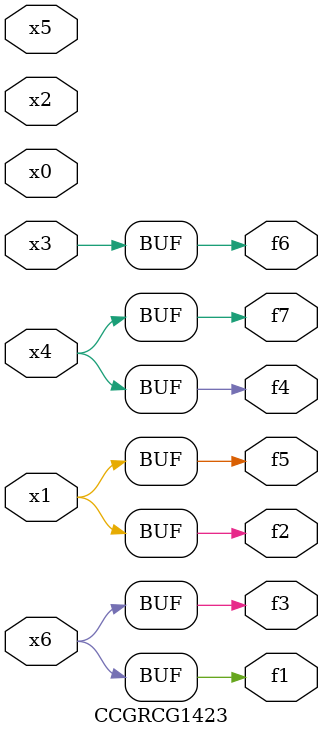
<source format=v>
module CCGRCG1423(
	input x0, x1, x2, x3, x4, x5, x6,
	output f1, f2, f3, f4, f5, f6, f7
);
	assign f1 = x6;
	assign f2 = x1;
	assign f3 = x6;
	assign f4 = x4;
	assign f5 = x1;
	assign f6 = x3;
	assign f7 = x4;
endmodule

</source>
